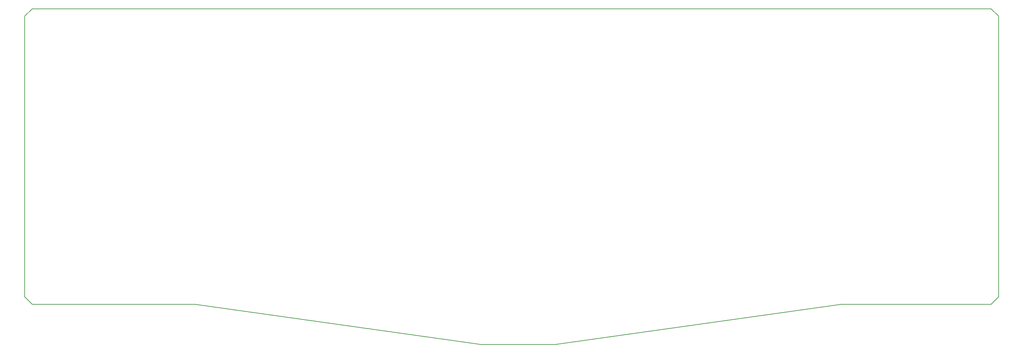
<source format=gbr>
G04 #@! TF.GenerationSoftware,KiCad,Pcbnew,7.0.1-0*
G04 #@! TF.CreationDate,2023-10-08T21:15:57+09:00*
G04 #@! TF.ProjectId,cool846ble,636f6f6c-3834-4366-926c-652e6b696361,rev?*
G04 #@! TF.SameCoordinates,Original*
G04 #@! TF.FileFunction,Profile,NP*
%FSLAX46Y46*%
G04 Gerber Fmt 4.6, Leading zero omitted, Abs format (unit mm)*
G04 Created by KiCad (PCBNEW 7.0.1-0) date 2023-10-08 21:15:57*
%MOMM*%
%LPD*%
G01*
G04 APERTURE LIST*
G04 #@! TA.AperFunction,Profile*
%ADD10C,0.150000*%
G04 #@! TD*
G04 APERTURE END LIST*
D10*
X-122560000Y-123230000D02*
X-102560000Y-123230000D01*
X-359394500Y-123229989D02*
X-361394494Y-121230002D01*
X-219214208Y-133982837D02*
X-239214191Y-133982833D01*
X-100560004Y-46080001D02*
X-102560005Y-44080004D01*
X-361394495Y-46080018D02*
X-359394506Y-44079999D01*
X-361394494Y-121230002D02*
X-361394495Y-46080018D01*
X-315724606Y-123230006D02*
X-339394500Y-123229989D01*
X-224477256Y-44080006D02*
X-122560004Y-44080002D01*
X-239214191Y-133982833D02*
X-315724606Y-123230006D01*
X-224477256Y-44080006D02*
X-237477245Y-44080002D01*
X-339394506Y-44079999D02*
X-237477245Y-44080002D01*
X-122560000Y-123230000D02*
X-142703767Y-123230010D01*
X-100560004Y-46080001D02*
X-100560000Y-121229991D01*
X-102560000Y-123230000D02*
X-100560000Y-121229991D01*
X-142703767Y-123230010D02*
X-219214208Y-133982837D01*
X-359394500Y-123229989D02*
X-339394500Y-123229989D01*
X-359394506Y-44079999D02*
X-339394506Y-44079999D01*
X-122560004Y-44080002D02*
X-102560004Y-44080002D01*
M02*

</source>
